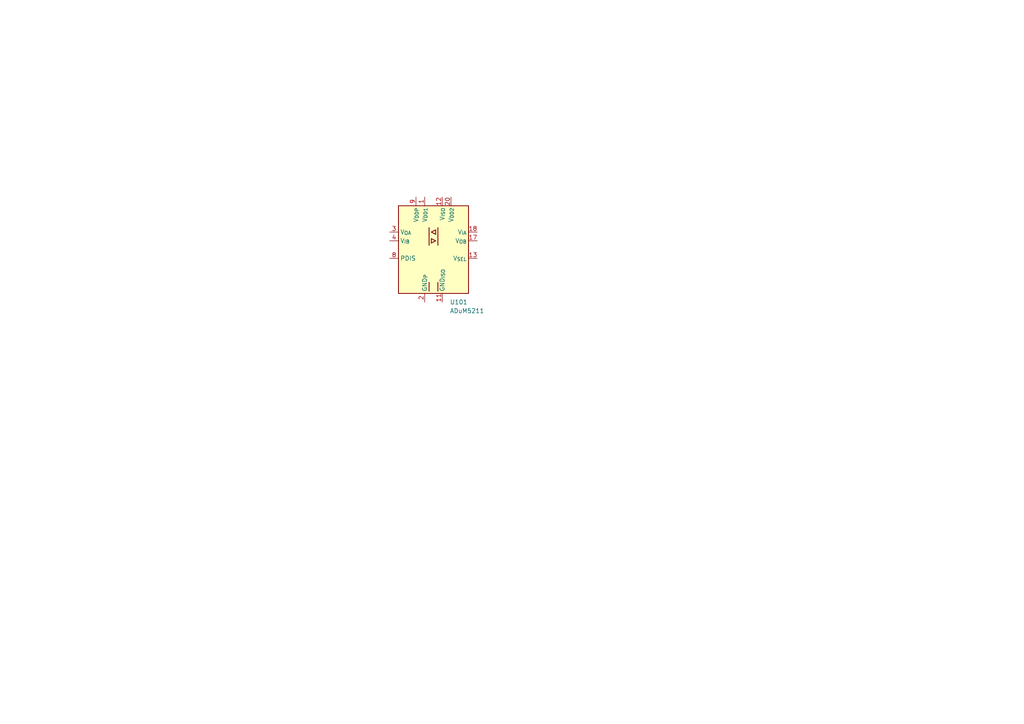
<source format=kicad_sch>
(kicad_sch (version 20231120) (generator "eeschema") (generator_version "8.0")
  (paper "A4")
  (lib_symbols
    (symbol "Isolator:ADuM5211"
      (property "Reference" "U" (at -12.7 13.97 0))
      (property "Value" "ADuM5211" (at 6.35 13.97 0))
      (symbol "ADuM5211_0_1"
        (rectangle (start -10.16 12.7) (end 10.16 -12.7) (stroke (width 0.254)) (fill (type background)))
        (polyline (pts (xy -1.27 -9.525) (xy -1.27 -12.065)) (stroke (width 0.254)))
        (polyline (pts (xy -1.27 6.35) (xy -1.27 1.27)) (stroke (width 0.254)))
        (polyline (pts (xy 1.27 -9.525) (xy 1.27 -12.065)) (stroke (width 0.254)))
        (polyline (pts (xy 1.27 6.35) (xy 1.27 1.27)) (stroke (width 0.254)))
        (polyline (pts (xy -0.635 1.905) (xy 0.635 2.54) (xy -0.635 3.175) (xy -0.635 1.905)) (stroke (width 0.254)))
        (polyline (pts (xy 0.635 4.445) (xy -0.635 5.08) (xy 0.635 5.715) (xy 0.635 4.445)) (stroke (width 0.254)))
      )
      (symbol "ADuM5211_1_1"
        (pin power_in line (at -2.54 15.24 270) (length 2.54) (name "V_{DD1}") (number "1"))
        (pin passive line (at -2.54 -15.24 90) (length 2.54) hide (name "GND_{P}") (number "10"))
        (pin power_in line (at 2.54 -15.24 90) (length 2.54) (name "GND_{ISO}") (number "11"))
        (pin power_in line (at 2.54 15.24 270) (length 2.54) (name "V_{ISO}") (number "12"))
        (pin input line (at 12.7 -2.54 180) (length 2.54) (name "V_{SEL}") (number "13"))
        (pin no_connect line (at 10.16 0 180) (length 2.54) hide (name "NC") (number "14"))
        (pin passive line (at 2.54 -15.24 90) (length 2.54) hide (name "GND_{ISO}") (number "15"))
        (pin passive line (at 2.54 -15.24 90) (length 2.54) hide (name "GND_{ISO}") (number "16"))
        (pin output line (at 12.7 2.54 180) (length 2.54) (name "V_{OB}") (number "17"))
        (pin input line (at 12.7 5.08 180) (length 2.54) (name "V_{IA}") (number "18"))
        (pin passive line (at 2.54 -15.24 90) (length 2.54) hide (name "GND_{ISO}") (number "19"))
        (pin power_in line (at -2.54 -15.24 90) (length 2.54) (name "GND_{P}") (number "2"))
        (pin power_in line (at 5.08 15.24 270) (length 2.54) (name "V_{DD2}") (number "20"))
        (pin output line (at -12.7 5.08 0) (length 2.54) (name "V_{OA}") (number "3"))
        (pin input line (at -12.7 2.54 0) (length 2.54) (name "V_{IB}") (number "4"))
        (pin passive line (at -2.54 -15.24 90) (length 2.54) hide (name "GND_{P}") (number "5"))
        (pin passive line (at -2.54 -15.24 90) (length 2.54) hide (name "GND_{P}") (number "6"))
        (pin no_connect line (at -10.16 0 0) (length 2.54) hide (name "NC") (number "7"))
        (pin input line (at -12.7 -2.54 0) (length 2.54) (name "PDIS") (number "8"))
        (pin power_in line (at -5.08 15.24 270) (length 2.54) (name "V_{DDP}") (number "9"))
      )
    )
  )
  (symbol (lib_id "Isolator:ADuM5211") (at 125.73 72.39 0) (unit 1)
    (property "Reference" "U101" (at 130.4641 87.63 0) (effects (justify left)))
    (property "Value" "ADuM5211" (at 130.4641 90.17 0) (effects (justify left)))
    (property "Footprint" "Package_SO:SSOP-20_5.3x7.2mm_P0.65mm" (effects (hide yes)))
    (property "Datasheet" "https://www.analog.com/media/en/technical-documentation/data-sheets/ADuM5210_5211_5212.pdf" (effects (hide yes)))
    (property "Description" "Dual-Channel 2.5kV isolator with integrated dc-dc converter, 1 Input / 1 output, SSOP-24" (effects (hide yes)))
  )
)
</source>
